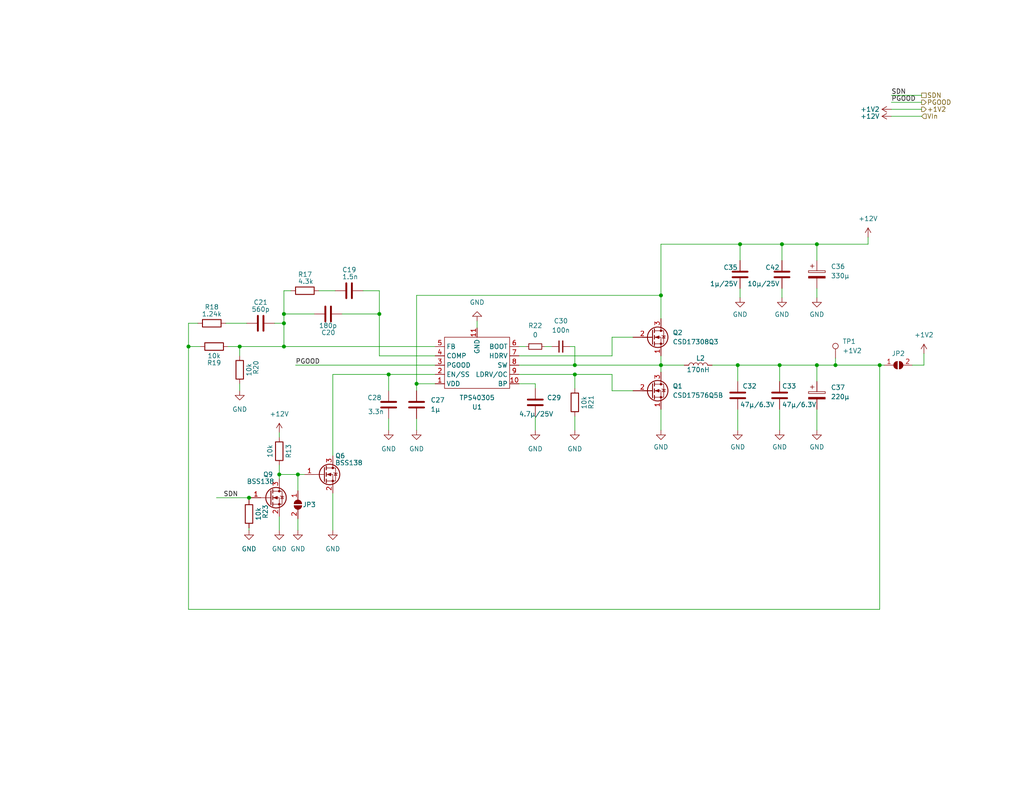
<source format=kicad_sch>
(kicad_sch (version 20230121) (generator eeschema)
  (paper "A")
  (title_block (title "BM1366 bitaxe") (date "2023-10-10") (rev "202"))
  (lib_symbols
    (symbol "Connector:TestPoint" (pin_numbers hide) (pin_names (offset 0.762) hide)
      (property "Reference" "TP" (at 0 6.858 0))
      (property "Value" "TestPoint" (at 0 5.08 0))
      (symbol "TestPoint_0_1"
        (circle (center 0 3.302) (radius 0.762))
      )
      (symbol "TestPoint_1_1"
        (pin passive line (at 0 0 90) (length 2.54) (name "1") (number "1"))
      )
    )
    (symbol "Device:C" (pin_numbers hide) (pin_names (offset 0.254))
      (property "Reference" "C" (at 0.635 2.54 0))
      (property "Value" "C" (at 0.635 -2.54 0))
      (symbol "C_0_1"
        (polyline (pts (xy -2.032 -0.762) (xy 2.032 -0.762)) (stroke (width 0.508)))
        (polyline (pts (xy -2.032 0.762) (xy 2.032 0.762)) (stroke (width 0.508)))
      )
      (symbol "C_1_1"
        (pin passive line (at 0 3.81 270) (length 2.794) (name "~") (number "1"))
        (pin passive line (at 0 -3.81 90) (length 2.794) (name "~") (number "2"))
      )
    )
    (symbol "Device:C_Polarized" (pin_numbers hide) (pin_names (offset 0.254))
      (property "Reference" "C" (at 0.635 2.54 0))
      (property "Value" "C_Polarized" (at 0.635 -2.54 0))
      (symbol "C_Polarized_0_1"
        (rectangle (start -2.286 0.508) (end 2.286 1.016))
        (polyline (pts (xy -1.778 2.286) (xy -0.762 2.286)))
        (polyline (pts (xy -1.27 2.794) (xy -1.27 1.778)))
        (rectangle (start 2.286 -0.508) (end -2.286 -1.016) (fill (type outline)))
      )
      (symbol "C_Polarized_1_1"
        (pin passive line (at 0 3.81 270) (length 2.794) (name "~") (number "1"))
        (pin passive line (at 0 -3.81 90) (length 2.794) (name "~") (number "2"))
      )
    )
    (symbol "Device:C_Small" (pin_numbers hide) (pin_names (offset 0.254) hide)
      (property "Reference" "C" (at 0.254 1.778 0))
      (property "Value" "C_Small" (at 0.254 -2.032 0))
      (symbol "C_Small_0_1"
        (polyline (pts (xy -1.524 -0.508) (xy 1.524 -0.508)) (stroke (width 0.3302)))
        (polyline (pts (xy -1.524 0.508) (xy 1.524 0.508)) (stroke (width 0.3048)))
      )
      (symbol "C_Small_1_1"
        (pin passive line (at 0 2.54 270) (length 2.032) (name "~") (number "1"))
        (pin passive line (at 0 -2.54 90) (length 2.032) (name "~") (number "2"))
      )
    )
    (symbol "Device:L" (pin_numbers hide) (pin_names (offset 1.016) hide)
      (property "Reference" "L" (at -1.27 0 90))
      (property "Value" "L" (at 1.905 0 90))
      (symbol "L_0_1"
        (arc (start 0 -2.54) (mid 0.6323 -1.905) (end 0 -1.27))
        (arc (start 0 -1.27) (mid 0.6323 -0.635) (end 0 0))
        (arc (start 0 0) (mid 0.6323 0.635) (end 0 1.27))
        (arc (start 0 1.27) (mid 0.6323 1.905) (end 0 2.54))
      )
      (symbol "L_1_1"
        (pin passive line (at 0 3.81 270) (length 1.27) (name "1") (number "1"))
        (pin passive line (at 0 -3.81 90) (length 1.27) (name "2") (number "2"))
      )
    )
    (symbol "Device:Q_NMOS_SGD" (pin_names (offset 0) hide)
      (property "Reference" "Q" (at 5.08 1.27 0))
      (property "Value" "Q_NMOS_SGD" (at 5.08 -1.27 0))
      (symbol "Q_NMOS_SGD_0_1"
        (polyline (pts (xy 0.254 0) (xy -2.54 0)))
        (polyline (pts (xy 0.254 1.905) (xy 0.254 -1.905)) (stroke (width 0.254)))
        (polyline (pts (xy 0.762 -1.27) (xy 0.762 -2.286)) (stroke (width 0.254)))
        (polyline (pts (xy 0.762 0.508) (xy 0.762 -0.508)) (stroke (width 0.254)))
        (polyline (pts (xy 0.762 2.286) (xy 0.762 1.27)) (stroke (width 0.254)))
        (polyline (pts (xy 2.54 2.54) (xy 2.54 1.778)))
        (polyline (pts (xy 2.54 -2.54) (xy 2.54 0) (xy 0.762 0)))
        (polyline (pts (xy 0.762 -1.778) (xy 3.302 -1.778) (xy 3.302 1.778) (xy 0.762 1.778)))
        (polyline (pts (xy 1.016 0) (xy 2.032 0.381) (xy 2.032 -0.381) (xy 1.016 0)) (fill (type outline)))
        (polyline (pts (xy 2.794 0.508) (xy 2.921 0.381) (xy 3.683 0.381) (xy 3.81 0.254)))
        (polyline (pts (xy 3.302 0.381) (xy 2.921 -0.254) (xy 3.683 -0.254) (xy 3.302 0.381)))
        (circle (center 1.651 0) (radius 2.794) (stroke (width 0.254)))
        (circle (center 2.54 -1.778) (radius 0.254) (fill (type outline)))
        (circle (center 2.54 1.778) (radius 0.254) (fill (type outline)))
      )
      (symbol "Q_NMOS_SGD_1_1"
        (pin passive line (at 2.54 -5.08 90) (length 2.54) (name "S") (number "1"))
        (pin input line (at -5.08 0 0) (length 5.08) (name "G") (number "2"))
        (pin passive line (at 2.54 5.08 270) (length 2.54) (name "D") (number "3"))
      )
    )
    (symbol "Device:R" (pin_numbers hide) (pin_names (offset 0))
      (property "Reference" "R" (at 2.032 0 90))
      (property "Value" "R" (at 0 0 90))
      (symbol "R_0_1"
        (rectangle (start -1.016 -2.54) (end 1.016 2.54) (stroke (width 0.254)))
      )
      (symbol "R_1_1"
        (pin passive line (at 0 3.81 270) (length 1.27) (name "~") (number "1"))
        (pin passive line (at 0 -3.81 90) (length 1.27) (name "~") (number "2"))
      )
    )
    (symbol "Device:R_Small" (pin_numbers hide) (pin_names (offset 0.254) hide)
      (property "Reference" "R" (at 0.762 0.508 0))
      (property "Value" "R_Small" (at 0.762 -1.016 0))
      (symbol "R_Small_0_1"
        (rectangle (start -0.762 1.778) (end 0.762 -1.778) (stroke (width 0.2032)))
      )
      (symbol "R_Small_1_1"
        (pin passive line (at 0 2.54 270) (length 0.762) (name "~") (number "1"))
        (pin passive line (at 0 -2.54 90) (length 0.762) (name "~") (number "2"))
      )
    )
    (symbol "Jumper:SolderJumper_2_Open" (pin_names (offset 0) hide)
      (property "Reference" "JP" (at 0 2.032 0))
      (property "Value" "SolderJumper_2_Open" (at 0 -2.54 0))
      (symbol "SolderJumper_2_Open_0_1"
        (arc (start -0.254 1.016) (mid -1.2656 0) (end -0.254 -1.016))
        (arc (start -0.254 1.016) (mid -1.2656 0) (end -0.254 -1.016) (fill (type outline)))
        (polyline (pts (xy -0.254 1.016) (xy -0.254 -1.016)))
        (polyline (pts (xy 0.254 1.016) (xy 0.254 -1.016)))
        (arc (start 0.254 -1.016) (mid 1.2656 0) (end 0.254 1.016))
        (arc (start 0.254 -1.016) (mid 1.2656 0) (end 0.254 1.016) (fill (type outline)))
      )
      (symbol "SolderJumper_2_Open_1_1"
        (pin passive line (at -3.81 0 0) (length 2.54) (name "A") (number "1"))
        (pin passive line (at 3.81 0 180) (length 2.54) (name "B") (number "2"))
      )
    )
    (symbol "Transistor_FET:BSS138" (pin_names hide)
      (property "Reference" "Q" (at 5.08 1.905 0))
      (property "Value" "BSS138" (at 5.08 0 0))
      (symbol "BSS138_0_1"
        (polyline (pts (xy 0.254 0) (xy -2.54 0)))
        (polyline (pts (xy 0.254 1.905) (xy 0.254 -1.905)) (stroke (width 0.254)))
        (polyline (pts (xy 0.762 -1.27) (xy 0.762 -2.286)) (stroke (width 0.254)))
        (polyline (pts (xy 0.762 0.508) (xy 0.762 -0.508)) (stroke (width 0.254)))
        (polyline (pts (xy 0.762 2.286) (xy 0.762 1.27)) (stroke (width 0.254)))
        (polyline (pts (xy 2.54 2.54) (xy 2.54 1.778)))
        (polyline (pts (xy 2.54 -2.54) (xy 2.54 0) (xy 0.762 0)))
        (polyline (pts (xy 0.762 -1.778) (xy 3.302 -1.778) (xy 3.302 1.778) (xy 0.762 1.778)))
        (polyline (pts (xy 1.016 0) (xy 2.032 0.381) (xy 2.032 -0.381) (xy 1.016 0)) (fill (type outline)))
        (polyline (pts (xy 2.794 0.508) (xy 2.921 0.381) (xy 3.683 0.381) (xy 3.81 0.254)))
        (polyline (pts (xy 3.302 0.381) (xy 2.921 -0.254) (xy 3.683 -0.254) (xy 3.302 0.381)))
        (circle (center 1.651 0) (radius 2.794) (stroke (width 0.254)))
        (circle (center 2.54 -1.778) (radius 0.254) (fill (type outline)))
        (circle (center 2.54 1.778) (radius 0.254) (fill (type outline)))
      )
      (symbol "BSS138_1_1"
        (pin input line (at -5.08 0 0) (length 2.54) (name "G") (number "1"))
        (pin passive line (at 2.54 -5.08 90) (length 2.54) (name "S") (number "2"))
        (pin passive line (at 2.54 5.08 270) (length 2.54) (name "D") (number "3"))
      )
    )
    (symbol "mylib7:TPS40304"
      (property "Reference" "U1" (at 0 11.43 0))
      (property "Value" "TPS40304DRC" (at 0 8.89 0))
      (symbol "TPS40304_0_1"
        (rectangle (start -8.89 6.35) (end 8.89 -7.62))
      )
      (symbol "TPS40304_1_1"
        (pin power_in line (at -11.43 5.08 0) (length 2.54) (name "VDD") (number "1"))
        (pin output line (at 11.43 5.08 180) (length 2.54) (name "BP") (number "10"))
        (pin output line (at 0 -10.16 90) (length 2.54) (name "GND") (number "11"))
        (pin input line (at -11.43 2.54 0) (length 2.54) (name "EN/SS") (number "2"))
        (pin open_collector line (at -11.43 0 0) (length 2.54) (name "PGOOD") (number "3"))
        (pin output line (at -11.43 -2.54 0) (length 2.54) (name "COMP") (number "4"))
        (pin input line (at -11.43 -5.08 0) (length 2.54) (name "FB") (number "5"))
        (pin input line (at 11.43 -5.08 180) (length 2.54) (name "BOOT") (number "6"))
        (pin output line (at 11.43 -2.54 180) (length 2.54) (name "HDRV") (number "7"))
        (pin output line (at 11.43 0 180) (length 2.54) (name "SW") (number "8"))
        (pin output line (at 11.43 2.54 180) (length 2.54) (name "LDRV/OC") (number "9"))
      )
    )
    (symbol "power:+12V" (power) (pin_names (offset 0))
      (property "Value" "+12V" (at 0 3.556 0))
      (symbol "+12V_0_1"
        (polyline (pts (xy -0.762 1.27) (xy 0 2.54)))
        (polyline (pts (xy 0 0) (xy 0 2.54)))
        (polyline (pts (xy 0 2.54) (xy 0.762 1.27)))
      )
      (symbol "+12V_1_1"
        (pin power_in line (at 0 0 90) (length 0) hide (name "+12V") (number "1"))
      )
    )
    (symbol "power:+1V2" (power) (pin_names (offset 0))
      (property "Value" "+1V2" (at 0 3.556 0))
      (symbol "+1V2_0_1"
        (polyline (pts (xy -0.762 1.27) (xy 0 2.54)))
        (polyline (pts (xy 0 0) (xy 0 2.54)))
        (polyline (pts (xy 0 2.54) (xy 0.762 1.27)))
      )
      (symbol "+1V2_1_1"
        (pin power_in line (at 0 0 90) (length 0) hide (name "+1V2") (number "1"))
      )
    )
    (symbol "power:GND" (power) (pin_names (offset 0))
      (property "Value" "GND" (at 0 -3.81 0))
      (symbol "GND_0_1"
        (polyline (pts (xy 0 0) (xy 0 -1.27) (xy 1.27 -1.27) (xy 0 -2.54) (xy -1.27 -1.27) (xy 0 -1.27)))
      )
      (symbol "GND_1_1"
        (pin power_in line (at 0 0 270) (length 0) hide (name "GND") (number "1"))
      )
    )
  )
  (junction (at 201.295 99.695))
  (junction (at 77.47 85.725))
  (junction (at 77.47 94.615))
  (junction (at 113.665 104.775))
  (junction (at 77.47 88.265))
  (junction (at 156.845 99.695))
  (junction (at 213.36 66.675))
  (junction (at 51.435 94.615))
  (junction (at 106.045 102.235))
  (junction (at 212.725 99.695))
  (junction (at 103.505 85.725))
  (junction (at 180.34 99.695))
  (junction (at 222.885 99.695))
  (junction (at 180.34 80.645))
  (junction (at 222.885 66.675))
  (junction (at 67.945 135.89))
  (junction (at 240.03 99.695))
  (junction (at 81.28 129.54))
  (junction (at 76.2 129.54))
  (junction (at 156.845 102.235))
  (junction (at 201.93 66.675))
  (junction (at 227.965 99.695))
  (junction (at 65.405 94.615))
  (wire (pts (xy 65.405 97.155) (xy 65.405 94.615)))
  (wire (pts (xy 156.845 99.695) (xy 180.34 99.695)))
  (wire (pts (xy 76.2 129.54) (xy 81.28 129.54)))
  (wire (pts (xy 76.2 129.54) (xy 76.2 130.81)))
  (wire (pts (xy 201.295 99.695) (xy 212.725 99.695)))
  (wire (pts (xy 103.505 85.725) (xy 103.505 79.375)))
  (wire (pts (xy 194.31 99.695) (xy 201.295 99.695)))
  (wire (pts (xy 141.605 104.775) (xy 146.05 104.775)))
  (wire (pts (xy 243.205 27.94) (xy 251.46 27.94)))
  (wire (pts (xy 156.845 113.665) (xy 156.845 117.475)))
  (wire (pts (xy 90.805 102.235) (xy 106.045 102.235)))
  (wire (pts (xy 118.745 102.235) (xy 106.045 102.235)))
  (wire (pts (xy 222.885 78.74) (xy 222.885 81.28)))
  (wire (pts (xy 212.725 99.695) (xy 212.725 104.14)))
  (wire (pts (xy 180.34 66.675) (xy 180.34 80.645)))
  (wire (pts (xy 201.295 111.76) (xy 201.295 117.475)))
  (wire (pts (xy 227.965 97.79) (xy 227.965 99.695)))
  (wire (pts (xy 59.055 135.89) (xy 67.945 135.89)))
  (wire (pts (xy 212.725 111.76) (xy 212.725 117.475)))
  (wire (pts (xy 113.665 104.775) (xy 113.665 106.68)))
  (wire (pts (xy 248.92 99.695) (xy 252.095 99.695)))
  (wire (pts (xy 240.03 99.695) (xy 227.965 99.695)))
  (wire (pts (xy 90.805 102.235) (xy 90.805 124.46)))
  (wire (pts (xy 180.34 80.645) (xy 180.34 86.995)))
  (wire (pts (xy 146.05 104.775) (xy 146.05 106.045)))
  (wire (pts (xy 243.205 29.845) (xy 251.46 29.845)))
  (wire (pts (xy 77.47 85.725) (xy 85.725 85.725)))
  (wire (pts (xy 118.745 97.155) (xy 103.505 97.155)))
  (wire (pts (xy 222.885 66.675) (xy 222.885 71.12)))
  (wire (pts (xy 77.47 88.265) (xy 77.47 94.615)))
  (wire (pts (xy 62.23 94.615) (xy 65.405 94.615)))
  (wire (pts (xy 236.855 64.77) (xy 236.855 66.675)))
  (wire (pts (xy 51.435 88.265) (xy 53.975 88.265)))
  (wire (pts (xy 240.03 166.37) (xy 240.03 99.695)))
  (wire (pts (xy 180.34 99.695) (xy 180.34 101.6)))
  (wire (pts (xy 65.405 104.775) (xy 65.405 106.68)))
  (wire (pts (xy 222.885 99.695) (xy 222.885 104.14)))
  (wire (pts (xy 113.665 104.775) (xy 113.665 80.645)))
  (wire (pts (xy 141.605 94.615) (xy 143.51 94.615)))
  (wire (pts (xy 167.005 97.155) (xy 167.005 92.075)))
  (wire (pts (xy 180.34 117.475) (xy 180.34 111.76)))
  (wire (pts (xy 243.205 26.035) (xy 251.46 26.035)))
  (wire (pts (xy 201.93 66.675) (xy 213.36 66.675)))
  (wire (pts (xy 167.005 102.235) (xy 167.005 106.68)))
  (wire (pts (xy 51.435 94.615) (xy 51.435 88.265)))
  (wire (pts (xy 76.2 140.97) (xy 76.2 144.78)))
  (wire (pts (xy 76.2 118.11) (xy 76.2 119.38)))
  (wire (pts (xy 81.28 129.54) (xy 81.28 133.985)))
  (wire (pts (xy 67.945 135.89) (xy 67.945 136.525)))
  (wire (pts (xy 86.995 79.375) (xy 91.44 79.375)))
  (wire (pts (xy 156.845 102.235) (xy 167.005 102.235)))
  (wire (pts (xy 236.855 66.675) (xy 222.885 66.675)))
  (wire (pts (xy 113.665 114.3) (xy 113.665 117.475)))
  (wire (pts (xy 240.03 99.695) (xy 241.3 99.695)))
  (wire (pts (xy 113.665 80.645) (xy 180.34 80.645)))
  (wire (pts (xy 201.93 78.74) (xy 201.93 81.28)))
  (wire (pts (xy 65.405 94.615) (xy 77.47 94.615)))
  (wire (pts (xy 156.845 102.235) (xy 141.605 102.235)))
  (wire (pts (xy 51.435 166.37) (xy 51.435 94.615)))
  (wire (pts (xy 79.375 79.375) (xy 77.47 79.375)))
  (wire (pts (xy 180.34 66.675) (xy 201.93 66.675)))
  (wire (pts (xy 180.34 97.155) (xy 180.34 99.695)))
  (wire (pts (xy 74.93 88.265) (xy 77.47 88.265)))
  (wire (pts (xy 222.885 111.76) (xy 222.885 117.475)))
  (wire (pts (xy 61.595 88.265) (xy 67.31 88.265)))
  (wire (pts (xy 155.575 94.615) (xy 156.845 94.615)))
  (wire (pts (xy 103.505 97.155) (xy 103.505 85.725)))
  (wire (pts (xy 81.28 141.605) (xy 81.28 144.78)))
  (wire (pts (xy 146.05 113.665) (xy 146.05 117.475)))
  (wire (pts (xy 77.47 85.725) (xy 77.47 88.265)))
  (wire (pts (xy 243.205 31.75) (xy 251.46 31.75)))
  (wire (pts (xy 118.745 104.775) (xy 113.665 104.775)))
  (wire (pts (xy 76.2 127) (xy 76.2 129.54)))
  (wire (pts (xy 180.34 99.695) (xy 186.69 99.695)))
  (wire (pts (xy 77.47 79.375) (xy 77.47 85.725)))
  (wire (pts (xy 51.435 166.37) (xy 240.03 166.37)))
  (wire (pts (xy 201.93 66.675) (xy 201.93 71.12)))
  (wire (pts (xy 213.36 78.74) (xy 213.36 81.28)))
  (wire (pts (xy 67.945 144.78) (xy 67.945 144.145)))
  (wire (pts (xy 212.725 99.695) (xy 222.885 99.695)))
  (wire (pts (xy 103.505 79.375) (xy 99.06 79.375)))
  (wire (pts (xy 167.005 92.075) (xy 172.72 92.075)))
  (wire (pts (xy 252.095 99.695) (xy 252.095 96.52)))
  (wire (pts (xy 106.045 102.235) (xy 106.045 106.68)))
  (wire (pts (xy 156.845 106.045) (xy 156.845 102.235)))
  (wire (pts (xy 81.28 129.54) (xy 83.185 129.54)))
  (wire (pts (xy 77.47 94.615) (xy 118.745 94.615)))
  (wire (pts (xy 167.005 106.68) (xy 172.72 106.68)))
  (wire (pts (xy 141.605 99.695) (xy 156.845 99.695)))
  (wire (pts (xy 156.845 94.615) (xy 156.845 99.695)))
  (wire (pts (xy 141.605 97.155) (xy 167.005 97.155)))
  (wire (pts (xy 68.58 135.89) (xy 67.945 135.89)))
  (wire (pts (xy 148.59 94.615) (xy 150.495 94.615)))
  (wire (pts (xy 227.965 99.695) (xy 222.885 99.695)))
  (wire (pts (xy 80.645 99.695) (xy 118.745 99.695)))
  (wire (pts (xy 93.345 85.725) (xy 103.505 85.725)))
  (wire (pts (xy 54.61 94.615) (xy 51.435 94.615)))
  (wire (pts (xy 213.36 66.675) (xy 213.36 71.12)))
  (wire (pts (xy 130.175 87.63) (xy 130.175 89.535)))
  (wire (pts (xy 213.36 66.675) (xy 222.885 66.675)))
  (wire (pts (xy 90.805 144.78) (xy 90.805 134.62)))
  (wire (pts (xy 106.045 114.3) (xy 106.045 117.475)))
  (wire (pts (xy 201.295 99.695) (xy 201.295 104.14)))
  (label "PGOOD" (at 243.205 27.94 0))
  (label "PGOOD" (at 80.645 99.695 0))
  (label "SDN" (at 243.205 26.035 0))
  (label "SDN" (at 60.96 135.89 0))
  (hierarchical_label "+1V2" (shape output) (at 251.46 29.845 0))
  (hierarchical_label "VIn" (shape input) (at 251.46 31.75 0))
  (hierarchical_label "PGOOD" (shape output) (at 251.46 27.94 0))
  (hierarchical_label "SDN" (shape passive) (at 251.46 26.035 0))
  (symbol (lib_id "power:GND") (at 212.725 117.475 0) (unit 1)
    (property "Reference" "#PWR079" (effects hide))
    (property "Value" "GND" (at 212.725 122.047 0))
  )
  (symbol (lib_id "power:GND") (at 90.805 144.78 0) (unit 1)
    (property "Reference" "#PWR099" (effects hide))
    (property "Value" "GND" (at 90.805 149.86 0))
  )
  (symbol (lib_id "power:GND") (at 113.665 117.475 0) (unit 1)
    (property "Reference" "#PWR073" (effects hide))
    (property "Value" "GND" (at 113.665 122.555 0))
  )
  (symbol (lib_id "Device:C") (at 212.725 107.95 0) (unit 1)
    (property "Reference" "C33" (at 213.36 105.41 0) (effects (justify left)))
    (property "Value" "47µ/6.3V" (at 213.36 110.49 0) (effects (justify left)))
    (property "Footprint" "Capacitor_SMD:C_1210_3225Metric" (effects hide))
    (property "Distributor" "D" (effects hide))
    (property "Manufacturer" "C1210C476M9PAC7800" (effects hide))
    (property "OrderNr" "399-C1210C476M9PAC7800CT-ND" (effects hide))
  )
  (symbol (lib_id "Device:C") (at 201.295 107.95 0) (unit 1)
    (property "Reference" "C32" (at 202.565 105.41 0) (effects (justify left)))
    (property "Value" "47µ/6.3V" (at 201.93 110.49 0) (effects (justify left)))
    (property "Footprint" "Capacitor_SMD:C_1210_3225Metric" (effects hide))
    (property "Distributor" "D" (effects hide))
    (property "Manufacturer" "C1210C476M9PAC7800" (effects hide))
    (property "OrderNr" "399-C1210C476M9PAC7800CT-ND" (effects hide))
  )
  (symbol (lib_id "Device:C") (at 201.93 74.93 0) (unit 1)
    (property "Reference" "C35" (at 201.295 73.025 0) (effects (justify right)))
    (property "Value" "1µ/25V" (at 201.295 77.47 0) (effects (justify right)))
    (property "Footprint" "Capacitor_SMD:C_1210_3225Metric" (effects hide))
    (property "Distributor" "D" (effects hide))
    (property "Manufacturer" "C1210C105K5PAC7800" (effects hide))
    (property "OrderNr" "399-C1210C105K5PAC7800CT-ND" (effects hide))
  )
  (symbol (lib_id "Device:C") (at 95.25 79.375 270) (mirror x) (unit 1)
    (property "Reference" "C19" (at 93.345 73.66 90) (effects (justify left)))
    (property "Value" "1.5n" (at 93.345 75.565 90) (effects (justify left)))
    (property "Footprint" "Capacitor_SMD:C_0805_2012Metric" (effects hide))
  )
  (symbol (lib_id "Device:R") (at 57.785 88.265 90) (unit 1)
    (property "Reference" "R18" (at 57.785 83.82 90))
    (property "Value" "1.24k" (at 57.785 85.725 90))
    (property "Footprint" "Resistor_SMD:R_0805_2012Metric" (effects hide))
  )
  (symbol (lib_id "power:GND") (at 222.885 117.475 0) (unit 1)
    (property "Reference" "#PWR080" (effects hide))
    (property "Value" "GND" (at 222.885 122.047 0))
  )
  (symbol (lib_id "Device:C") (at 146.05 109.855 0) (unit 1)
    (property "Reference" "C29" (at 149.225 108.585 0) (effects (justify left)))
    (property "Value" "4.7µ/25V" (at 141.605 113.03 0) (effects (justify left)))
    (property "Footprint" "Capacitor_SMD:C_0805_2012Metric" (effects hide))
  )
  (symbol (lib_id "Device:C") (at 89.535 85.725 270) (unit 1)
    (property "Reference" "C20" (at 87.63 90.805 90) (effects (justify left)))
    (property "Value" "180p" (at 86.995 88.9 90) (effects (justify left)))
    (property "Footprint" "Capacitor_SMD:C_0805_2012Metric" (effects hide))
  )
  (symbol (lib_id "Connector:TestPoint") (at 227.965 97.79 0) (unit 1)
    (property "Reference" "TP1" (at 229.87 93.218 0) (effects (justify left)))
    (property "Value" "+1V2" (at 229.87 95.758 0) (effects (justify left)))
    (property "Footprint" "TestPoint:TestPoint_Pad_D2.0mm" (effects hide))
    (property "Distributor" "-" (effects hide))
  )
  (symbol (lib_id "Device:C_Polarized") (at 222.885 107.95 0) (unit 1)
    (property "Reference" "C37" (at 226.695 105.791 0) (effects (justify left)))
    (property "Value" "220µ" (at 226.695 108.331 0) (effects (justify left)))
    (property "Footprint" "Capacitor_SMD:CP_Elec_5x5.8" (effects hide))
    (property "Distributor" "D" (effects hide))
    (property "Manufacturer" "PCK0J221MCO1GS" (effects hide))
    (property "OrderNr" "493-3995-1-ND" (effects hide))
  )
  (symbol (lib_id "Device:C") (at 113.665 110.49 0) (unit 1)
    (property "Reference" "C27" (at 117.475 109.22 0) (effects (justify left)))
    (property "Value" "1µ" (at 117.475 111.76 0) (effects (justify left)))
    (property "Footprint" "Capacitor_SMD:C_0805_2012Metric" (effects hide))
  )
  (symbol (lib_id "power:GND") (at 180.34 117.475 0) (unit 1)
    (property "Reference" "#PWR077" (effects hide))
    (property "Value" "GND" (at 180.34 122.047 0))
  )
  (symbol (lib_id "power:+12V") (at 236.855 64.77 0) (unit 1)
    (property "Reference" "#PWR09" (effects hide))
    (property "Value" "+12V" (at 236.855 59.69 0))
  )
  (symbol (lib_id "Device:R_Small") (at 146.05 94.615 90) (unit 1)
    (property "Reference" "R22" (at 146.05 88.9 90))
    (property "Value" "0" (at 146.05 91.44 90))
    (property "Footprint" "Resistor_SMD:R_1206_3216Metric" (effects hide))
  )
  (symbol (lib_id "power:GND") (at 201.93 81.28 0) (unit 1)
    (property "Reference" "#PWR083" (effects hide))
    (property "Value" "GND" (at 201.93 85.852 0))
  )
  (symbol (lib_id "power:+1V2") (at 243.205 29.845 90) (unit 1)
    (property "Reference" "#PWR05" (effects hide))
    (property "Value" "+1V2" (at 240.03 29.845 90) (effects (justify left)))
  )
  (symbol (lib_id "mylib7:TPS40304") (at 130.175 99.695 0) (mirror x) (unit 1)
    (property "Reference" "U1" (at 130.175 111.125 0))
    (property "Value" "TPS40305" (at 130.175 108.585 0))
    (property "Footprint" "Package_SON:VSON-10-1EP_3x3mm_P0.5mm_EP1.65x2.4mm_ThermalVias" (effects hide))
    (property "Distributor" "D" (effects hide))
    (property "Manufacturer" "TPS40305DRCR" (effects hide))
    (property "OrderNr" "296-37445-1-ND" (effects hide))
  )
  (symbol (lib_id "Device:L") (at 190.5 99.695 90) (unit 1)
    (property "Reference" "L2" (at 191.135 97.79 90))
    (property "Value" "170nH" (at 190.5 100.965 90))
    (property "Footprint" "myfootprints:IFLR-4031GC-01-8x10" (effects hide))
    (property "Distributor" "D" (effects hide))
    (property "Manufacturer" "IFLR4031GCERR17M01" (effects hide))
    (property "OrderNr" "541-3111-1-ND" (effects hide))
  )
  (symbol (lib_id "Device:R") (at 58.42 94.615 90) (mirror x) (unit 1)
    (property "Reference" "R19" (at 58.42 99.06 90))
    (property "Value" "10k" (at 58.42 97.155 90))
    (property "Footprint" "Resistor_SMD:R_0805_2012Metric" (effects hide))
  )
  (symbol (lib_id "Device:C") (at 106.045 110.49 0) (mirror y) (unit 1)
    (property "Reference" "C28" (at 104.14 108.585 0) (effects (justify left)))
    (property "Value" "3.3n" (at 104.775 112.395 0) (effects (justify left)))
    (property "Footprint" "Capacitor_SMD:C_0805_2012Metric" (effects hide))
  )
  (symbol (lib_id "Device:R") (at 156.845 109.855 0) (unit 1)
    (property "Reference" "R21" (at 161.29 111.76 90) (effects (justify left)))
    (property "Value" "10k" (at 159.385 111.76 90) (effects (justify left)))
    (property "Footprint" "Resistor_SMD:R_0805_2012Metric" (effects hide))
  )
  (symbol (lib_id "Device:Q_NMOS_SGD") (at 177.8 92.075 0) (unit 1)
    (property "Reference" "Q2" (at 183.515 90.805 0) (effects (justify left)))
    (property "Value" "CSD17308Q3" (at 183.515 93.345 0) (effects (justify left)))
    (property "Footprint" "Package_SON:VSONP-8-1EP_5x6_P1.27mm" (effects hide))
    (property "Distributor" "D" (effects hide))
    (property "Manufacturer" "CSD17308Q3" (effects hide))
    (property "OrderNr" "296-27210-1-ND" (effects hide))
  )
  (symbol (lib_id "Transistor_FET:BSS138") (at 73.66 135.89 0) (unit 1)
    (property "Reference" "Q9" (at 71.755 129.54 0) (effects (justify left)))
    (property "Value" "BSS138" (at 67.31 131.445 0) (effects (justify left)))
    (property "Footprint" "Package_TO_SOT_SMD:SOT-23" (effects hide))
    (property "Datasheet" "https://www.onsemi.com/pub/Collateral/BSS138-D.PDF" (effects hide))
  )
  (symbol (lib_id "Device:R") (at 76.2 123.19 180) (unit 1)
    (property "Reference" "R13" (at 78.74 123.19 90))
    (property "Value" "10k" (at 73.66 123.19 90))
    (property "Footprint" "Resistor_SMD:R_0805_2012Metric" (effects hide))
  )
  (symbol (lib_id "Device:R") (at 83.185 79.375 270) (mirror x) (unit 1)
    (property "Reference" "R17" (at 81.28 74.93 90) (effects (justify left)))
    (property "Value" "4.3k" (at 81.28 76.835 90) (effects (justify left)))
    (property "Footprint" "Resistor_SMD:R_0805_2012Metric" (effects hide))
  )
  (symbol (lib_id "power:GND") (at 67.945 144.78 0) (unit 1)
    (property "Reference" "#PWR082" (effects hide))
    (property "Value" "GND" (at 67.945 149.86 0))
  )
  (symbol (lib_id "Device:C_Polarized") (at 222.885 74.93 0) (unit 1)
    (property "Reference" "C36" (at 226.695 72.771 0) (effects (justify left)))
    (property "Value" "330µ" (at 226.695 75.311 0) (effects (justify left)))
    (property "Footprint" "Capacitor_SMD:CP_Elec_8x10" (effects hide))
    (property "Distributor" "D" (effects hide))
    (property "Manufacturer" "A768KS337M1ELAE019" (effects hide))
    (property "OrderNr" "399-A768KS337M1ELAE019CT-ND" (effects hide))
  )
  (symbol (lib_id "Device:C") (at 213.36 74.93 0) (unit 1)
    (property "Reference" "C42" (at 212.725 73.025 0) (effects (justify right)))
    (property "Value" "10µ/25V" (at 212.725 77.47 0) (effects (justify right)))
    (property "Footprint" "Capacitor_SMD:C_1210_3225Metric" (effects hide))
    (property "Distributor" "D" (effects hide))
    (property "Manufacturer" "C1210C106K3PAC7800" (effects hide))
    (property "OrderNr" "399-C1210C106K3PAC7800CT-ND" (effects hide))
  )
  (symbol (lib_id "Device:R") (at 65.405 100.965 0) (mirror x) (unit 1)
    (property "Reference" "R20" (at 69.85 100.33 90))
    (property "Value" "10k" (at 67.945 100.965 90))
    (property "Footprint" "Resistor_SMD:R_0805_2012Metric" (effects hide))
  )
  (symbol (lib_id "Device:C") (at 71.12 88.265 90) (unit 1)
    (property "Reference" "C21" (at 71.12 82.55 90))
    (property "Value" "560p" (at 71.12 84.455 90))
    (property "Footprint" "Capacitor_SMD:C_0805_2012Metric" (effects hide))
  )
  (symbol (lib_id "Device:C_Small") (at 153.035 94.615 90) (unit 1)
    (property "Reference" "C30" (at 153.0413 87.63 90))
    (property "Value" "100n" (at 153.0413 90.17 90))
    (property "Footprint" "Capacitor_SMD:C_0805_2012Metric" (effects hide))
  )
  (symbol (lib_id "power:GND") (at 156.845 117.475 0) (unit 1)
    (property "Reference" "#PWR076" (effects hide))
    (property "Value" "GND" (at 156.845 122.555 0))
  )
  (symbol (lib_id "Jumper:SolderJumper_2_Open") (at 81.28 137.795 270) (unit 1)
    (property "Reference" "JP3" (at 82.55 137.795 90) (effects (justify left)))
    (property "Value" "SolderJumper_2_Open" (effects hide))
    (property "Footprint" "Jumper:SolderJumper-2_P1.3mm_Open_RoundedPad1.0x1.5mm" (effects hide))
  )
  (symbol (lib_id "Jumper:SolderJumper_2_Open") (at 245.11 99.695 0) (unit 1)
    (property "Reference" "JP2" (at 245.11 96.52 0))
    (property "Value" "SolderJumper_2_Open" (effects hide))
    (property "Footprint" "myfootprints:SolderJumper1.0x4.5" (effects hide))
    (property "Distributor" "-" (effects hide))
  )
  (symbol (lib_id "Device:R") (at 67.945 140.335 0) (mirror x) (unit 1)
    (property "Reference" "R23" (at 72.39 139.7 90))
    (property "Value" "10k" (at 70.485 140.335 90))
    (property "Footprint" "Resistor_SMD:R_0805_2012Metric" (effects hide))
  )
  (symbol (lib_id "power:GND") (at 213.36 81.28 0) (unit 1)
    (property "Reference" "#PWR084" (effects hide))
    (property "Value" "GND" (at 213.36 85.852 0))
  )
  (symbol (lib_id "power:GND") (at 106.045 117.475 0) (unit 1)
    (property "Reference" "#PWR074" (effects hide))
    (property "Value" "GND" (at 106.045 122.555 0))
  )
  (symbol (lib_id "power:GND") (at 81.28 144.78 0) (unit 1)
    (property "Reference" "#PWR0121" (effects hide))
    (property "Value" "GND" (at 81.28 149.86 0))
  )
  (symbol (lib_id "power:GND") (at 65.405 106.68 0) (unit 1)
    (property "Reference" "#PWR072" (effects hide))
    (property "Value" "GND" (at 65.405 111.76 0))
  )
  (symbol (lib_id "Transistor_FET:BSS138") (at 88.265 129.54 0) (unit 1)
    (property "Reference" "Q6" (at 91.44 124.46 0) (effects (justify left)))
    (property "Value" "BSS138" (at 91.44 126.365 0) (effects (justify left)))
    (property "Footprint" "Package_TO_SOT_SMD:SOT-23" (effects hide))
    (property "Datasheet" "https://www.onsemi.com/pub/Collateral/BSS138-D.PDF" (effects hide))
  )
  (symbol (lib_id "Device:Q_NMOS_SGD") (at 177.8 106.68 0) (unit 1)
    (property "Reference" "Q1" (at 183.515 105.41 0) (effects (justify left)))
    (property "Value" "CSD17576Q5B" (at 183.515 107.95 0) (effects (justify left)))
    (property "Footprint" "Package_SON:VSONP-8-1EP_5x6_P1.27mm" (effects hide))
    (property "Distributor" "D" (effects hide))
    (property "Manufacturer" "CSD17576Q5B" (effects hide))
    (property "OrderNr" "296-43635-1-ND" (effects hide))
  )
  (symbol (lib_id "power:GND") (at 146.05 117.475 0) (unit 1)
    (property "Reference" "#PWR075" (effects hide))
    (property "Value" "GND" (at 146.05 122.555 0))
  )
  (symbol (lib_id "power:+12V") (at 76.2 118.11 0) (unit 1)
    (property "Reference" "#PWR0100" (effects hide))
    (property "Value" "+12V" (at 76.2 113.03 0))
  )
  (symbol (lib_id "power:GND") (at 76.2 144.78 0) (unit 1)
    (property "Reference" "#PWR081" (effects hide))
    (property "Value" "GND" (at 76.2 149.86 0))
  )
  (symbol (lib_id "power:GND") (at 201.295 117.475 0) (unit 1)
    (property "Reference" "#PWR078" (effects hide))
    (property "Value" "GND" (at 201.295 122.047 0))
  )
  (symbol (lib_id "power:GND") (at 130.175 87.63 180) (unit 1)
    (property "Reference" "#PWR071" (effects hide))
    (property "Value" "GND" (at 130.175 82.55 0))
  )
  (symbol (lib_id "power:+1V2") (at 252.095 96.52 0) (unit 1)
    (property "Reference" "#PWR0120" (effects hide))
    (property "Value" "+1V2" (at 252.095 91.44 0))
  )
  (symbol (lib_id "power:GND") (at 222.885 81.28 0) (unit 1)
    (property "Reference" "#PWR085" (effects hide))
    (property "Value" "GND" (at 222.885 85.852 0))
  )
  (symbol (lib_id "power:+12V") (at 243.205 31.75 90) (unit 1)
    (property "Reference" "#PWR011" (effects hide))
    (property "Value" "+12V" (at 240.03 31.75 90) (effects (justify left)))
  )
)
</source>
